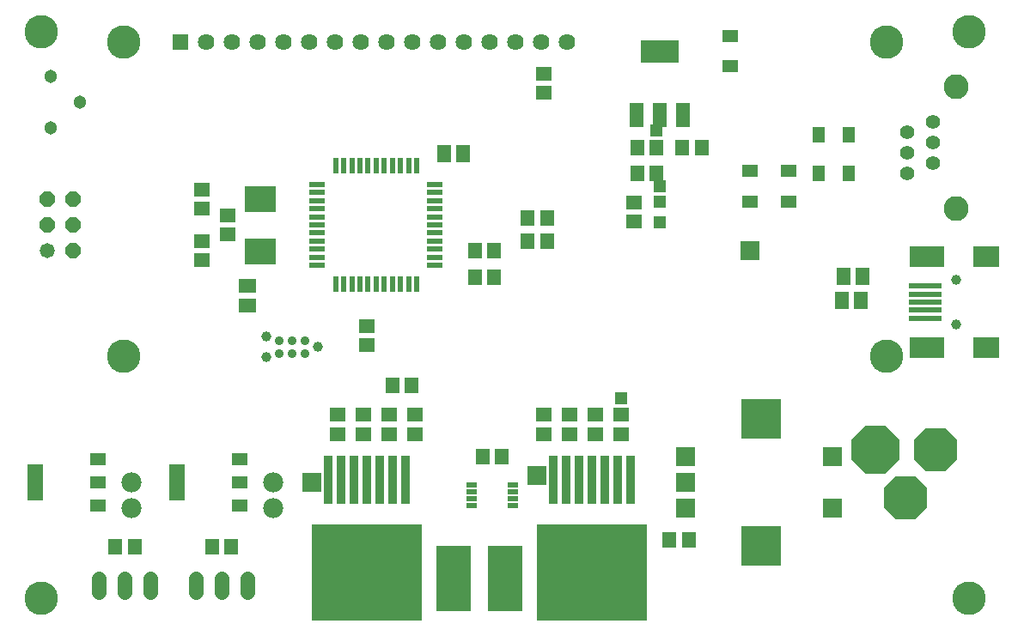
<source format=gbs>
G75*
%MOIN*%
%OFA0B0*%
%FSLAX25Y25*%
%IPPOS*%
%LPD*%
%AMOC8*
5,1,8,0,0,1.08239X$1,22.5*
%
%ADD10C,0.12998*%
%ADD11C,0.03500*%
%ADD12C,0.03900*%
%ADD13R,0.06306X0.05518*%
%ADD14R,0.10243X0.08274*%
%ADD15R,0.13392X0.08274*%
%ADD16R,0.12605X0.02369*%
%ADD17C,0.03943*%
%ADD18R,0.05518X0.06699*%
%ADD19R,0.05518X0.06306*%
%ADD20R,0.02369X0.06306*%
%ADD21R,0.06306X0.02369*%
%ADD22R,0.12211X0.10243*%
%ADD23R,0.05124X0.05124*%
%ADD24R,0.15424X0.15424*%
%ADD25R,0.07487X0.07487*%
%ADD26R,0.06400X0.06400*%
%ADD27C,0.06400*%
%ADD28R,0.05200X0.09200*%
%ADD29R,0.14573X0.09061*%
%ADD30C,0.05518*%
%ADD31C,0.09691*%
%ADD32R,0.05912X0.05124*%
%ADD33R,0.06699X0.05518*%
%ADD34C,0.05800*%
%ADD35OC8,0.05800*%
%ADD36C,0.05124*%
%ADD37R,0.05124X0.05912*%
%ADD38R,0.42920X0.37408*%
%ADD39R,0.03550X0.18510*%
%ADD40R,0.04232X0.01969*%
%ADD41OC8,0.18573*%
%ADD42OC8,0.16998*%
%ADD43R,0.05912X0.14180*%
%ADD44C,0.07800*%
%ADD45C,0.05800*%
%ADD46R,0.13200X0.25800*%
%ADD47R,0.04534X0.04534*%
D10*
X0019250Y0019596D03*
X0051219Y0113572D03*
X0051219Y0235619D03*
X0019250Y0239596D03*
X0347281Y0235619D03*
X0379250Y0239596D03*
X0347281Y0113572D03*
X0379250Y0019596D03*
D11*
X0121750Y0114596D03*
X0121750Y0119596D03*
X0116750Y0119596D03*
X0111750Y0119596D03*
X0111750Y0114596D03*
X0116750Y0114596D03*
D12*
X0106750Y0113096D03*
X0106750Y0121096D03*
X0126750Y0117096D03*
D13*
X0145500Y0117881D03*
X0145500Y0125361D03*
X0144250Y0090836D03*
X0134250Y0090836D03*
X0134250Y0083356D03*
X0144250Y0083356D03*
X0154250Y0083356D03*
X0164250Y0083356D03*
X0164250Y0090836D03*
X0154250Y0090836D03*
X0214250Y0090836D03*
X0224250Y0090836D03*
X0224250Y0083356D03*
X0214250Y0083356D03*
X0234250Y0083356D03*
X0244250Y0083356D03*
X0244250Y0090836D03*
X0234250Y0090836D03*
X0249250Y0165856D03*
X0249250Y0173336D03*
X0214250Y0215856D03*
X0214250Y0223336D03*
X0091750Y0168336D03*
X0081750Y0170856D03*
X0081750Y0178336D03*
X0091750Y0160856D03*
X0081750Y0158336D03*
X0081750Y0150856D03*
D14*
X0386061Y0152115D03*
X0386061Y0117076D03*
D15*
X0362833Y0117076D03*
X0362833Y0152115D03*
D16*
X0362439Y0140895D03*
X0362439Y0137745D03*
X0362439Y0134596D03*
X0362439Y0131446D03*
X0362439Y0128297D03*
D17*
X0374250Y0125934D03*
X0374250Y0143257D03*
D18*
X0337990Y0144596D03*
X0330510Y0144596D03*
X0329835Y0135196D03*
X0337315Y0135196D03*
X0182990Y0192096D03*
X0175510Y0192096D03*
D19*
X0208010Y0167096D03*
X0215490Y0167096D03*
X0215490Y0158246D03*
X0208010Y0158246D03*
X0195015Y0154596D03*
X0187535Y0154596D03*
X0187535Y0144121D03*
X0195015Y0144121D03*
X0250510Y0184596D03*
X0257990Y0184596D03*
X0257990Y0194596D03*
X0250510Y0194596D03*
X0268010Y0194596D03*
X0275490Y0194596D03*
X0162990Y0102096D03*
X0155510Y0102096D03*
X0190510Y0074596D03*
X0197990Y0074596D03*
X0263010Y0042096D03*
X0270490Y0042096D03*
X0092990Y0039596D03*
X0085510Y0039596D03*
X0055490Y0039596D03*
X0048010Y0039596D03*
D20*
X0133502Y0141761D03*
X0136652Y0141761D03*
X0139801Y0141761D03*
X0142951Y0141761D03*
X0146100Y0141761D03*
X0149250Y0141761D03*
X0152400Y0141761D03*
X0155549Y0141761D03*
X0158699Y0141761D03*
X0161848Y0141761D03*
X0164998Y0141761D03*
X0164998Y0187430D03*
X0161848Y0187430D03*
X0158699Y0187430D03*
X0155549Y0187430D03*
X0152400Y0187430D03*
X0149250Y0187430D03*
X0146100Y0187430D03*
X0142951Y0187430D03*
X0139801Y0187430D03*
X0136652Y0187430D03*
X0133502Y0187430D03*
D21*
X0126415Y0180344D03*
X0126415Y0177194D03*
X0126415Y0174045D03*
X0126415Y0170895D03*
X0126415Y0167745D03*
X0126415Y0164596D03*
X0126415Y0161446D03*
X0126415Y0158297D03*
X0126415Y0155147D03*
X0126415Y0151997D03*
X0126415Y0148848D03*
X0172085Y0148848D03*
X0172085Y0151997D03*
X0172085Y0155147D03*
X0172085Y0158297D03*
X0172085Y0161446D03*
X0172085Y0164596D03*
X0172085Y0167745D03*
X0172085Y0170895D03*
X0172085Y0174045D03*
X0172085Y0177194D03*
X0172085Y0180344D03*
D22*
X0104250Y0174694D03*
X0104250Y0154104D03*
D23*
X0244250Y0097096D03*
X0259250Y0165462D03*
X0259250Y0173730D03*
D24*
X0298778Y0089202D03*
X0298778Y0039989D03*
D25*
X0326337Y0054753D03*
X0326337Y0074438D03*
X0269250Y0074438D03*
X0269250Y0064596D03*
X0269250Y0054753D03*
X0211750Y0067096D03*
X0124250Y0064596D03*
X0294250Y0154596D03*
D26*
X0073266Y0235619D03*
D27*
X0083266Y0235619D03*
X0093266Y0235619D03*
X0103266Y0235619D03*
X0113266Y0235619D03*
X0123266Y0235619D03*
X0133266Y0235619D03*
X0143266Y0235619D03*
X0153266Y0235619D03*
X0163266Y0235619D03*
X0173266Y0235619D03*
X0183266Y0235619D03*
X0193266Y0235619D03*
X0203266Y0235619D03*
X0213266Y0235619D03*
X0223266Y0235619D03*
D28*
X0250150Y0207396D03*
X0259250Y0207396D03*
X0268350Y0207396D03*
D29*
X0259250Y0231797D03*
D30*
X0355195Y0200659D03*
X0365195Y0204596D03*
X0365195Y0196564D03*
X0355195Y0192627D03*
X0365195Y0188533D03*
X0355195Y0184596D03*
D31*
X0374250Y0170974D03*
X0374250Y0218218D03*
D32*
X0309250Y0185501D03*
X0294250Y0185501D03*
X0294250Y0173690D03*
X0309250Y0173690D03*
X0286750Y0226190D03*
X0286750Y0238001D03*
X0096451Y0073694D03*
X0096451Y0064596D03*
X0096451Y0055497D03*
X0041451Y0055497D03*
X0041451Y0064596D03*
X0041451Y0073694D03*
D33*
X0099250Y0133356D03*
X0099250Y0140836D03*
D34*
X0021750Y0154596D03*
D35*
X0031750Y0154596D03*
X0031750Y0164596D03*
X0021750Y0164596D03*
X0021750Y0174596D03*
X0031750Y0174596D03*
D36*
X0023030Y0202096D03*
X0034250Y0212096D03*
X0023030Y0222096D03*
D37*
X0320844Y0199596D03*
X0332656Y0199596D03*
X0332656Y0184596D03*
X0320844Y0184596D03*
D38*
X0233010Y0029517D03*
X0145510Y0029517D03*
D39*
X0145510Y0065541D03*
X0150510Y0065541D03*
X0155510Y0065541D03*
X0160510Y0065541D03*
X0140510Y0065541D03*
X0135510Y0065541D03*
X0130510Y0065541D03*
X0218010Y0065541D03*
X0223010Y0065541D03*
X0228010Y0065541D03*
X0233010Y0065541D03*
X0238010Y0065541D03*
X0243010Y0065541D03*
X0248010Y0065541D03*
D40*
X0202370Y0063434D03*
X0202370Y0060875D03*
X0202370Y0058316D03*
X0202370Y0055757D03*
X0186130Y0055757D03*
X0186130Y0058316D03*
X0186130Y0060875D03*
X0186130Y0063434D03*
D41*
X0342813Y0077096D03*
D42*
X0366435Y0077096D03*
X0354624Y0058592D03*
D43*
X0072049Y0064596D03*
X0017049Y0064596D03*
D44*
X0054250Y0064596D03*
X0054250Y0054596D03*
X0109250Y0054596D03*
X0109250Y0064596D03*
D45*
X0099250Y0027296D02*
X0099250Y0021896D01*
X0089250Y0021896D02*
X0089250Y0027296D01*
X0079250Y0027296D02*
X0079250Y0021896D01*
X0061750Y0021896D02*
X0061750Y0027296D01*
X0051750Y0027296D02*
X0051750Y0021896D01*
X0041750Y0021896D02*
X0041750Y0027296D01*
D46*
X0179250Y0027096D03*
X0199250Y0027096D03*
D47*
X0259250Y0179596D03*
X0257990Y0201312D03*
M02*

</source>
